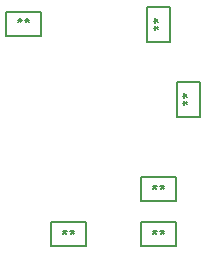
<source format=gbr>
G04 #@! TF.GenerationSoftware,KiCad,Pcbnew,(5.1.2)-1*
G04 #@! TF.CreationDate,2019-05-14T15:55:12+09:00*
G04 #@! TF.ProjectId,pcb,7063622e-6b69-4636-9164-5f7063625858,rev?*
G04 #@! TF.SameCoordinates,Original*
G04 #@! TF.FileFunction,Legend,Bot*
G04 #@! TF.FilePolarity,Positive*
%FSLAX46Y46*%
G04 Gerber Fmt 4.6, Leading zero omitted, Abs format (unit mm)*
G04 Created by KiCad (PCBNEW (5.1.2)-1) date 2019-05-14 15:55:12*
%MOMM*%
%LPD*%
G04 APERTURE LIST*
%ADD10C,0.150000*%
G04 APERTURE END LIST*
D10*
X84050000Y-155210000D02*
X84050000Y-157210000D01*
X81050000Y-155210000D02*
X84050000Y-155210000D01*
X81050000Y-157210000D02*
X81050000Y-155210000D01*
X84050000Y-157210000D02*
X81050000Y-157210000D01*
X84050000Y-159020000D02*
X84050000Y-161020000D01*
X81050000Y-159020000D02*
X84050000Y-159020000D01*
X81050000Y-161020000D02*
X81050000Y-159020000D01*
X84050000Y-161020000D02*
X81050000Y-161020000D01*
X76430000Y-161020000D02*
X73430000Y-161020000D01*
X73430000Y-161020000D02*
X73430000Y-159020000D01*
X73430000Y-159020000D02*
X76430000Y-159020000D01*
X76430000Y-159020000D02*
X76430000Y-161020000D01*
X86090000Y-150090000D02*
X84090000Y-150090000D01*
X86090000Y-147090000D02*
X86090000Y-150090000D01*
X84090000Y-147090000D02*
X86090000Y-147090000D01*
X84090000Y-150090000D02*
X84090000Y-147090000D01*
X81550000Y-140740000D02*
X83550000Y-140740000D01*
X81550000Y-143740000D02*
X81550000Y-140740000D01*
X83550000Y-143740000D02*
X81550000Y-143740000D01*
X83550000Y-140740000D02*
X83550000Y-143740000D01*
X69620000Y-143240000D02*
X69620000Y-141240000D01*
X72620000Y-143240000D02*
X69620000Y-143240000D01*
X72620000Y-141240000D02*
X72620000Y-143240000D01*
X69620000Y-141240000D02*
X72620000Y-141240000D01*
X82859638Y-155828395D02*
X82859638Y-156021919D01*
X83053161Y-155944509D02*
X82859638Y-156021919D01*
X82666114Y-155944509D01*
X82975752Y-156176738D02*
X82859638Y-156021919D01*
X82743523Y-156176738D01*
X82240361Y-155828395D02*
X82240361Y-156021919D01*
X82433885Y-155944509D02*
X82240361Y-156021919D01*
X82046838Y-155944509D01*
X82356476Y-156176738D02*
X82240361Y-156021919D01*
X82124247Y-156176738D01*
X82859638Y-159638395D02*
X82859638Y-159831919D01*
X83053161Y-159754509D02*
X82859638Y-159831919D01*
X82666114Y-159754509D01*
X82975752Y-159986738D02*
X82859638Y-159831919D01*
X82743523Y-159986738D01*
X82240361Y-159638395D02*
X82240361Y-159831919D01*
X82433885Y-159754509D02*
X82240361Y-159831919D01*
X82046838Y-159754509D01*
X82356476Y-159986738D02*
X82240361Y-159831919D01*
X82124247Y-159986738D01*
X75239638Y-159638395D02*
X75239638Y-159831919D01*
X75433161Y-159754509D02*
X75239638Y-159831919D01*
X75046114Y-159754509D01*
X75355752Y-159986738D02*
X75239638Y-159831919D01*
X75123523Y-159986738D01*
X74620361Y-159638395D02*
X74620361Y-159831919D01*
X74813885Y-159754509D02*
X74620361Y-159831919D01*
X74426838Y-159754509D01*
X74736476Y-159986738D02*
X74620361Y-159831919D01*
X74504247Y-159986738D01*
X84581395Y-148280361D02*
X84774919Y-148280361D01*
X84697509Y-148086838D02*
X84774919Y-148280361D01*
X84697509Y-148473885D01*
X84929738Y-148164247D02*
X84774919Y-148280361D01*
X84929738Y-148396476D01*
X84581395Y-148899638D02*
X84774919Y-148899638D01*
X84697509Y-148706114D02*
X84774919Y-148899638D01*
X84697509Y-149093161D01*
X84929738Y-148783523D02*
X84774919Y-148899638D01*
X84929738Y-149015752D01*
X82168395Y-141930361D02*
X82361919Y-141930361D01*
X82284509Y-141736838D02*
X82361919Y-141930361D01*
X82284509Y-142123885D01*
X82516738Y-141814247D02*
X82361919Y-141930361D01*
X82516738Y-142046476D01*
X82168395Y-142549638D02*
X82361919Y-142549638D01*
X82284509Y-142356114D02*
X82361919Y-142549638D01*
X82284509Y-142743161D01*
X82516738Y-142433523D02*
X82361919Y-142549638D01*
X82516738Y-142665752D01*
X71429638Y-141731395D02*
X71429638Y-141924919D01*
X71623161Y-141847509D02*
X71429638Y-141924919D01*
X71236114Y-141847509D01*
X71545752Y-142079738D02*
X71429638Y-141924919D01*
X71313523Y-142079738D01*
X70810361Y-141731395D02*
X70810361Y-141924919D01*
X71003885Y-141847509D02*
X70810361Y-141924919D01*
X70616838Y-141847509D01*
X70926476Y-142079738D02*
X70810361Y-141924919D01*
X70694247Y-142079738D01*
M02*

</source>
